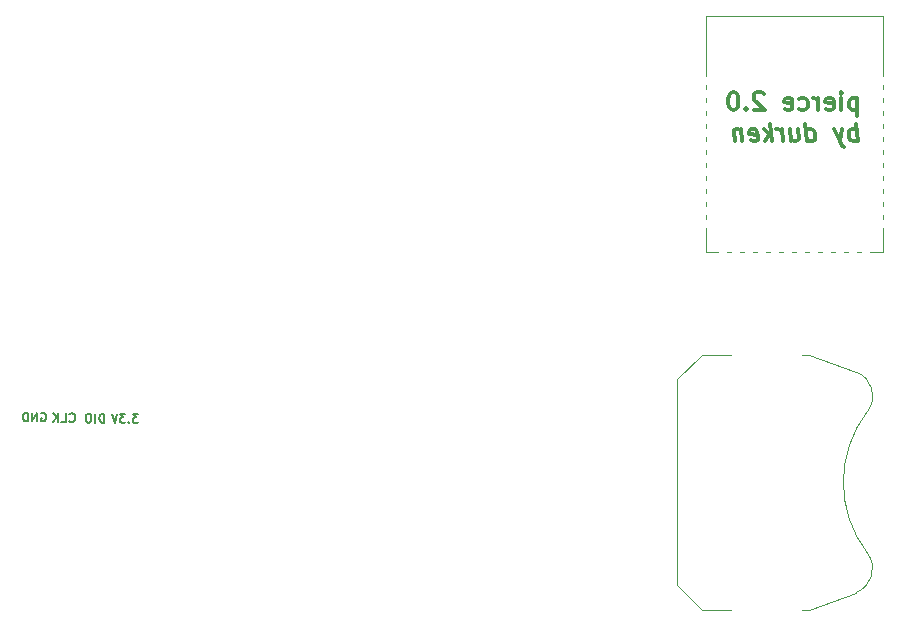
<source format=gbo>
G04 #@! TF.GenerationSoftware,KiCad,Pcbnew,(6.0.2)*
G04 #@! TF.CreationDate,2022-03-08T09:32:50+01:00*
G04 #@! TF.ProjectId,pierce,70696572-6365-42e6-9b69-6361645f7063,v 0.1*
G04 #@! TF.SameCoordinates,Original*
G04 #@! TF.FileFunction,Legend,Bot*
G04 #@! TF.FilePolarity,Positive*
%FSLAX46Y46*%
G04 Gerber Fmt 4.6, Leading zero omitted, Abs format (unit mm)*
G04 Created by KiCad (PCBNEW (6.0.2)) date 2022-03-08 09:32:50*
%MOMM*%
%LPD*%
G01*
G04 APERTURE LIST*
G04 Aperture macros list*
%AMHorizOval*
0 Thick line with rounded ends*
0 $1 width*
0 $2 $3 position (X,Y) of the first rounded end (center of the circle)*
0 $4 $5 position (X,Y) of the second rounded end (center of the circle)*
0 Add line between two ends*
20,1,$1,$2,$3,$4,$5,0*
0 Add two circle primitives to create the rounded ends*
1,1,$1,$2,$3*
1,1,$1,$4,$5*%
G04 Aperture macros list end*
%ADD10C,0.187500*%
%ADD11C,0.300000*%
%ADD12C,0.100000*%
%ADD13C,4.000000*%
%ADD14C,1.900000*%
%ADD15C,1.700000*%
%ADD16HorizOval,1.250000X0.082483X-0.467784X-0.082483X0.467784X0*%
%ADD17HorizOval,1.250000X0.446354X0.162460X-0.446354X-0.162460X0*%
%ADD18C,2.400000*%
%ADD19HorizOval,1.550000X0.587308X0.213763X-0.587308X-0.213763X0*%
%ADD20HorizOval,1.550000X0.108530X-0.615505X-0.108530X0.615505X0*%
%ADD21C,2.200000*%
%ADD22HorizOval,1.250000X0.305324X-0.363871X-0.305324X0.363871X0*%
%ADD23HorizOval,1.250000X0.305324X0.363871X-0.305324X-0.363871X0*%
%ADD24HorizOval,1.550000X0.401742X0.478778X-0.401742X-0.478778X0*%
%ADD25HorizOval,1.550000X0.401742X-0.478778X-0.401742X0.478778X0*%
%ADD26C,4.300000*%
%ADD27HorizOval,1.550000X0.511970X0.358485X-0.511970X-0.358485X0*%
%ADD28HorizOval,1.250000X0.389097X0.272449X-0.389097X-0.272449X0*%
%ADD29HorizOval,1.250000X0.200744X-0.430496X-0.200744X0.430496X0*%
%ADD30HorizOval,1.550000X0.264136X-0.566442X-0.264136X0.566442X0*%
%ADD31O,1.700000X1.700000*%
%ADD32R,1.700000X1.700000*%
%ADD33R,5.080000X1.270000*%
%ADD34R,3.960000X3.960000*%
%ADD35R,1.198880X0.698500*%
%ADD36R,0.698500X1.198880*%
G04 APERTURE END LIST*
D10*
X145799742Y-91614685D02*
X145335457Y-91614685D01*
X145585457Y-91900400D01*
X145478314Y-91900400D01*
X145406885Y-91936114D01*
X145371171Y-91971828D01*
X145335457Y-92043257D01*
X145335457Y-92221828D01*
X145371171Y-92293257D01*
X145406885Y-92328971D01*
X145478314Y-92364685D01*
X145692600Y-92364685D01*
X145764028Y-92328971D01*
X145799742Y-92293257D01*
X145014028Y-92293257D02*
X144978314Y-92328971D01*
X145014028Y-92364685D01*
X145049742Y-92328971D01*
X145014028Y-92293257D01*
X145014028Y-92364685D01*
X144728314Y-91614685D02*
X144264028Y-91614685D01*
X144514028Y-91900400D01*
X144406885Y-91900400D01*
X144335457Y-91936114D01*
X144299742Y-91971828D01*
X144264028Y-92043257D01*
X144264028Y-92221828D01*
X144299742Y-92293257D01*
X144335457Y-92328971D01*
X144406885Y-92364685D01*
X144621171Y-92364685D01*
X144692600Y-92328971D01*
X144728314Y-92293257D01*
X144049742Y-91614685D02*
X143799742Y-92364685D01*
X143549742Y-91614685D01*
X137593228Y-91523400D02*
X137664657Y-91487685D01*
X137771800Y-91487685D01*
X137878942Y-91523400D01*
X137950371Y-91594828D01*
X137986085Y-91666257D01*
X138021800Y-91809114D01*
X138021800Y-91916257D01*
X137986085Y-92059114D01*
X137950371Y-92130542D01*
X137878942Y-92201971D01*
X137771800Y-92237685D01*
X137700371Y-92237685D01*
X137593228Y-92201971D01*
X137557514Y-92166257D01*
X137557514Y-91916257D01*
X137700371Y-91916257D01*
X137236085Y-92237685D02*
X137236085Y-91487685D01*
X136807514Y-92237685D01*
X136807514Y-91487685D01*
X136450371Y-92237685D02*
X136450371Y-91487685D01*
X136271800Y-91487685D01*
X136164657Y-91523400D01*
X136093228Y-91594828D01*
X136057514Y-91666257D01*
X136021800Y-91809114D01*
X136021800Y-91916257D01*
X136057514Y-92059114D01*
X136093228Y-92130542D01*
X136164657Y-92201971D01*
X136271800Y-92237685D01*
X136450371Y-92237685D01*
X142920458Y-92339285D02*
X142920458Y-91589285D01*
X142741886Y-91589285D01*
X142634743Y-91625000D01*
X142563315Y-91696428D01*
X142527601Y-91767857D01*
X142491886Y-91910714D01*
X142491886Y-92017857D01*
X142527601Y-92160714D01*
X142563315Y-92232142D01*
X142634743Y-92303571D01*
X142741886Y-92339285D01*
X142920458Y-92339285D01*
X142170458Y-92339285D02*
X142170458Y-91589285D01*
X141670458Y-91589285D02*
X141527601Y-91589285D01*
X141456172Y-91625000D01*
X141384743Y-91696428D01*
X141349029Y-91839285D01*
X141349029Y-92089285D01*
X141384743Y-92232142D01*
X141456172Y-92303571D01*
X141527601Y-92339285D01*
X141670458Y-92339285D01*
X141741886Y-92303571D01*
X141813315Y-92232142D01*
X141849029Y-92089285D01*
X141849029Y-91839285D01*
X141813315Y-91696428D01*
X141741886Y-91625000D01*
X141670458Y-91589285D01*
X139982829Y-92217057D02*
X140018543Y-92252771D01*
X140125686Y-92288485D01*
X140197115Y-92288485D01*
X140304258Y-92252771D01*
X140375686Y-92181342D01*
X140411401Y-92109914D01*
X140447115Y-91967057D01*
X140447115Y-91859914D01*
X140411401Y-91717057D01*
X140375686Y-91645628D01*
X140304258Y-91574200D01*
X140197115Y-91538485D01*
X140125686Y-91538485D01*
X140018543Y-91574200D01*
X139982829Y-91609914D01*
X139304258Y-92288485D02*
X139661401Y-92288485D01*
X139661401Y-91538485D01*
X139054258Y-92288485D02*
X139054258Y-91538485D01*
X138625686Y-92288485D02*
X138947115Y-91859914D01*
X138625686Y-91538485D02*
X139054258Y-91967057D01*
D11*
X206697771Y-64882771D02*
X206697771Y-66382771D01*
X206697771Y-64954200D02*
X206554914Y-64882771D01*
X206269200Y-64882771D01*
X206126342Y-64954200D01*
X206054914Y-65025628D01*
X205983485Y-65168485D01*
X205983485Y-65597057D01*
X206054914Y-65739914D01*
X206126342Y-65811342D01*
X206269200Y-65882771D01*
X206554914Y-65882771D01*
X206697771Y-65811342D01*
X205340628Y-65882771D02*
X205340628Y-64882771D01*
X205340628Y-64382771D02*
X205412057Y-64454200D01*
X205340628Y-64525628D01*
X205269200Y-64454200D01*
X205340628Y-64382771D01*
X205340628Y-64525628D01*
X204054914Y-65811342D02*
X204197771Y-65882771D01*
X204483485Y-65882771D01*
X204626342Y-65811342D01*
X204697771Y-65668485D01*
X204697771Y-65097057D01*
X204626342Y-64954200D01*
X204483485Y-64882771D01*
X204197771Y-64882771D01*
X204054914Y-64954200D01*
X203983485Y-65097057D01*
X203983485Y-65239914D01*
X204697771Y-65382771D01*
X203340628Y-65882771D02*
X203340628Y-64882771D01*
X203340628Y-65168485D02*
X203269200Y-65025628D01*
X203197771Y-64954200D01*
X203054914Y-64882771D01*
X202912057Y-64882771D01*
X201769200Y-65811342D02*
X201912057Y-65882771D01*
X202197771Y-65882771D01*
X202340628Y-65811342D01*
X202412057Y-65739914D01*
X202483485Y-65597057D01*
X202483485Y-65168485D01*
X202412057Y-65025628D01*
X202340628Y-64954200D01*
X202197771Y-64882771D01*
X201912057Y-64882771D01*
X201769200Y-64954200D01*
X200554914Y-65811342D02*
X200697771Y-65882771D01*
X200983485Y-65882771D01*
X201126342Y-65811342D01*
X201197771Y-65668485D01*
X201197771Y-65097057D01*
X201126342Y-64954200D01*
X200983485Y-64882771D01*
X200697771Y-64882771D01*
X200554914Y-64954200D01*
X200483485Y-65097057D01*
X200483485Y-65239914D01*
X201197771Y-65382771D01*
X198769200Y-64525628D02*
X198697771Y-64454200D01*
X198554914Y-64382771D01*
X198197771Y-64382771D01*
X198054914Y-64454200D01*
X197983485Y-64525628D01*
X197912057Y-64668485D01*
X197912057Y-64811342D01*
X197983485Y-65025628D01*
X198840628Y-65882771D01*
X197912057Y-65882771D01*
X197269200Y-65739914D02*
X197197771Y-65811342D01*
X197269200Y-65882771D01*
X197340628Y-65811342D01*
X197269200Y-65739914D01*
X197269200Y-65882771D01*
X196269200Y-64382771D02*
X196126342Y-64382771D01*
X195983485Y-64454200D01*
X195912057Y-64525628D01*
X195840628Y-64668485D01*
X195769200Y-64954200D01*
X195769200Y-65311342D01*
X195840628Y-65597057D01*
X195912057Y-65739914D01*
X195983485Y-65811342D01*
X196126342Y-65882771D01*
X196269200Y-65882771D01*
X196412057Y-65811342D01*
X196483485Y-65739914D01*
X196554914Y-65597057D01*
X196626342Y-65311342D01*
X196626342Y-64954200D01*
X196554914Y-64668485D01*
X196483485Y-64525628D01*
X196412057Y-64454200D01*
X196269200Y-64382771D01*
X206752494Y-68524371D02*
X206564994Y-67024371D01*
X206636423Y-67595800D02*
X206484637Y-67524371D01*
X206198923Y-67524371D01*
X206064994Y-67595800D01*
X206002494Y-67667228D01*
X205948923Y-67810085D01*
X206002494Y-68238657D01*
X206091780Y-68381514D01*
X206172137Y-68452942D01*
X206323923Y-68524371D01*
X206609637Y-68524371D01*
X206743566Y-68452942D01*
X205413208Y-67524371D02*
X205181066Y-68524371D01*
X204698923Y-67524371D02*
X205181066Y-68524371D01*
X205368566Y-68881514D01*
X205448923Y-68952942D01*
X205600708Y-69024371D01*
X202466780Y-68524371D02*
X202279280Y-67024371D01*
X202457851Y-68452942D02*
X202609637Y-68524371D01*
X202895351Y-68524371D01*
X203029280Y-68452942D01*
X203091780Y-68381514D01*
X203145351Y-68238657D01*
X203091780Y-67810085D01*
X203002494Y-67667228D01*
X202922137Y-67595800D01*
X202770351Y-67524371D01*
X202484637Y-67524371D01*
X202350708Y-67595800D01*
X200984637Y-67524371D02*
X201109637Y-68524371D01*
X201627494Y-67524371D02*
X201725708Y-68310085D01*
X201672137Y-68452942D01*
X201538208Y-68524371D01*
X201323923Y-68524371D01*
X201172137Y-68452942D01*
X201091780Y-68381514D01*
X200395351Y-68524371D02*
X200270351Y-67524371D01*
X200306066Y-67810085D02*
X200216780Y-67667228D01*
X200136423Y-67595800D01*
X199984637Y-67524371D01*
X199841780Y-67524371D01*
X199466780Y-68524371D02*
X199279280Y-67024371D01*
X199252494Y-67952942D02*
X198895351Y-68524371D01*
X198770351Y-67524371D02*
X199413208Y-68095800D01*
X197672137Y-68452942D02*
X197823923Y-68524371D01*
X198109637Y-68524371D01*
X198243566Y-68452942D01*
X198297137Y-68310085D01*
X198225708Y-67738657D01*
X198136423Y-67595800D01*
X197984637Y-67524371D01*
X197698923Y-67524371D01*
X197564994Y-67595800D01*
X197511423Y-67738657D01*
X197529280Y-67881514D01*
X198261423Y-68024371D01*
X196841780Y-67524371D02*
X196966780Y-68524371D01*
X196859637Y-67667228D02*
X196779280Y-67595800D01*
X196627494Y-67524371D01*
X196413208Y-67524371D01*
X196279280Y-67595800D01*
X196225708Y-67738657D01*
X196323923Y-68524371D01*
D12*
X191455800Y-106088601D02*
X191455800Y-88688601D01*
X201995800Y-108168601D02*
X202625800Y-108168601D01*
X191455800Y-88688601D02*
X193535800Y-86608601D01*
X202625800Y-108168601D02*
X206575800Y-106728601D01*
X202625800Y-86608601D02*
X206575800Y-88048601D01*
X191455800Y-106088601D02*
X193535800Y-108168601D01*
X193535800Y-86608601D02*
X195995800Y-86608601D01*
X201995800Y-86608601D02*
X202625800Y-86608601D01*
X193535800Y-108168601D02*
X195995800Y-108168601D01*
X206583969Y-106713844D02*
G75*
G03*
X207545800Y-103388601I-738168J2015243D01*
G01*
X207562330Y-91385247D02*
G75*
G03*
X206575800Y-88048601I-1716529J1306646D01*
G01*
X207549336Y-91384001D02*
G75*
G03*
X207545800Y-103388601I7806466J-6004600D01*
G01*
X208856080Y-57890440D02*
X208856080Y-77890400D01*
X208856080Y-77890400D02*
X193859920Y-77890400D01*
X193859920Y-57890440D02*
X208856080Y-57890440D01*
X193859920Y-77890400D02*
X193859920Y-57890440D01*
%LPC*%
D13*
X195672601Y-116428600D03*
D14*
X190909461Y-113678600D03*
D15*
X200072010Y-118968600D03*
D14*
X200435741Y-119178600D03*
D15*
X191273192Y-113888600D03*
D16*
X202039331Y-115601101D03*
D17*
X193205871Y-110501101D03*
D18*
X196012896Y-110759191D03*
X195722896Y-111261486D03*
X195472896Y-111694498D03*
D19*
X193643044Y-112323895D03*
D20*
X200242158Y-116133895D03*
D18*
X200412306Y-113299191D03*
X199872306Y-114234498D03*
X200122306Y-113801486D03*
D21*
X198622601Y-111319050D03*
D14*
X139570991Y-45643744D03*
D13*
X145070991Y-45643744D03*
D15*
X139990991Y-45643744D03*
X150150991Y-45643744D03*
D14*
X150570991Y-45643744D03*
D18*
X142530991Y-41143744D03*
D22*
X150170991Y-41743744D03*
D18*
X142530991Y-41643744D03*
D23*
X139970991Y-41743744D03*
D24*
X141260991Y-43103744D03*
D18*
X142530991Y-40563744D03*
D21*
X145070991Y-39743744D03*
D18*
X147610991Y-41143744D03*
X147610991Y-40563744D03*
X147610991Y-41643744D03*
D25*
X148880991Y-43103744D03*
D15*
X139990991Y-83643744D03*
D14*
X150570991Y-83643744D03*
X139570991Y-83643744D03*
D15*
X150150991Y-83643744D03*
D13*
X145070991Y-83643744D03*
D24*
X141260991Y-81103744D03*
D18*
X142530991Y-79143744D03*
D22*
X150170991Y-79743744D03*
D18*
X142530991Y-78563744D03*
X142530991Y-79643744D03*
D23*
X139970991Y-79743744D03*
D21*
X145070991Y-77743744D03*
D18*
X147610991Y-79143744D03*
D25*
X148880991Y-81103744D03*
D18*
X147610991Y-79643744D03*
X147610991Y-78563744D03*
D14*
X150570991Y-64643744D03*
D15*
X139990991Y-64643744D03*
D13*
X145070991Y-64643744D03*
D14*
X139570991Y-64643744D03*
D15*
X150150991Y-64643744D03*
D18*
X142530991Y-60143744D03*
D22*
X150170991Y-60743744D03*
D18*
X142530991Y-59563744D03*
D24*
X141260991Y-62103744D03*
D18*
X142530991Y-60643744D03*
D23*
X139970991Y-60743744D03*
D18*
X147610991Y-59563744D03*
X147610991Y-60643744D03*
D25*
X148880991Y-62103744D03*
D21*
X145070991Y-58743744D03*
D18*
X147610991Y-60143744D03*
D14*
X177570992Y-69393540D03*
D13*
X183070992Y-69393540D03*
D15*
X188150992Y-69393540D03*
X177990992Y-69393540D03*
D14*
X188570992Y-69393540D03*
D18*
X180530992Y-65393540D03*
D22*
X188170992Y-65493540D03*
D24*
X179260992Y-66853540D03*
D18*
X180530992Y-64893540D03*
D23*
X177970992Y-65493540D03*
D18*
X180530992Y-64313540D03*
X185610992Y-64313540D03*
X185610992Y-65393540D03*
D25*
X186880992Y-66853540D03*
D18*
X185610992Y-64893540D03*
D21*
X183070992Y-63493540D03*
D15*
X188150992Y-88393540D03*
D14*
X177570992Y-88393540D03*
D13*
X183070992Y-88393540D03*
D14*
X188570992Y-88393540D03*
D15*
X177990992Y-88393540D03*
D18*
X180530992Y-83893540D03*
X180530992Y-83313540D03*
D22*
X188170992Y-84493540D03*
D18*
X180530992Y-84393540D03*
D24*
X179260992Y-85853540D03*
D23*
X177970992Y-84493540D03*
D18*
X185610992Y-83893540D03*
X185610992Y-83313540D03*
D21*
X183070992Y-82493540D03*
D25*
X186880992Y-85853540D03*
D18*
X185610992Y-84393540D03*
D14*
X169570991Y-66894182D03*
D13*
X164070991Y-66894182D03*
D14*
X158570991Y-66894182D03*
D15*
X169150991Y-66894182D03*
X158990991Y-66894182D03*
D23*
X158970991Y-62994182D03*
D18*
X161530991Y-62394182D03*
X161530991Y-62894182D03*
D24*
X160260991Y-64354182D03*
D18*
X161530991Y-61814182D03*
D22*
X169170991Y-62994182D03*
D18*
X166610991Y-62894182D03*
D21*
X164070991Y-60994182D03*
D18*
X166610991Y-61814182D03*
D25*
X167880991Y-64354182D03*
D18*
X166610991Y-62394182D03*
D14*
X169570991Y-47894182D03*
D15*
X158990991Y-47894182D03*
D13*
X164070991Y-47894182D03*
D15*
X169150991Y-47894182D03*
D14*
X158570991Y-47894182D03*
D18*
X161530991Y-43394182D03*
D24*
X160260991Y-45354182D03*
D23*
X158970991Y-43994182D03*
D22*
X169170991Y-43994182D03*
D18*
X161530991Y-43894182D03*
X161530991Y-42814182D03*
X166610991Y-42814182D03*
X166610991Y-43394182D03*
D25*
X167880991Y-45354182D03*
D18*
X166610991Y-43894182D03*
D21*
X164070991Y-41994182D03*
D15*
X177990992Y-50393540D03*
D14*
X177570992Y-50393540D03*
D15*
X188150992Y-50393540D03*
D13*
X183070992Y-50393540D03*
D14*
X188570992Y-50393540D03*
D18*
X180530992Y-45893540D03*
X180530992Y-45313540D03*
D24*
X179260992Y-47853540D03*
D23*
X177970992Y-46493540D03*
D22*
X188170992Y-46493540D03*
D18*
X180530992Y-46393540D03*
X185610992Y-45313540D03*
D25*
X186880992Y-47853540D03*
D18*
X185610992Y-46393540D03*
X185610992Y-45893540D03*
D21*
X183070992Y-44493540D03*
D13*
X126070991Y-66894182D03*
D15*
X120990991Y-66894182D03*
X131150991Y-66894182D03*
D14*
X120570991Y-66894182D03*
X131570991Y-66894182D03*
D18*
X123530991Y-61814182D03*
X123530991Y-62894182D03*
D23*
X120970991Y-62994182D03*
D24*
X122260991Y-64354182D03*
D18*
X123530991Y-62394182D03*
D22*
X131170991Y-62994182D03*
D18*
X128610991Y-62394182D03*
D21*
X126070991Y-60994182D03*
D18*
X128610991Y-62894182D03*
X128610991Y-61814182D03*
D25*
X129880991Y-64354182D03*
D13*
X126070991Y-85894182D03*
D15*
X131150991Y-85894182D03*
D14*
X120570991Y-85894182D03*
X131570991Y-85894182D03*
D15*
X120990991Y-85894182D03*
D23*
X120970991Y-81994182D03*
D18*
X123530991Y-81394182D03*
X123530991Y-81894182D03*
D22*
X131170991Y-81994182D03*
D18*
X123530991Y-80814182D03*
D24*
X122260991Y-83354182D03*
D18*
X128610991Y-80814182D03*
X128610991Y-81394182D03*
X128610991Y-81894182D03*
D25*
X129880991Y-83354182D03*
D21*
X126070991Y-79994182D03*
D26*
X187301000Y-106274200D03*
X173551001Y-58764200D03*
X116574300Y-88954244D03*
D15*
X112150992Y-60342198D03*
D13*
X107070992Y-60342198D03*
D15*
X101990992Y-60342198D03*
D14*
X112570992Y-60342198D03*
X101570992Y-60342198D03*
D24*
X103260992Y-57802198D03*
D18*
X104530992Y-55262198D03*
D23*
X101970992Y-56442198D03*
D18*
X104530992Y-55842198D03*
X104530992Y-56342198D03*
D22*
X112170992Y-56442198D03*
D18*
X109610992Y-56342198D03*
X109610992Y-55842198D03*
D21*
X107070992Y-54442198D03*
D25*
X110880992Y-57802198D03*
D18*
X109610992Y-55262198D03*
D14*
X112570992Y-98342198D03*
X101570992Y-98342198D03*
D13*
X107070992Y-98342198D03*
D15*
X112150992Y-98342198D03*
X101990992Y-98342198D03*
D22*
X112170992Y-94442198D03*
D18*
X104530992Y-93262198D03*
X104530992Y-93842198D03*
D23*
X101970992Y-94442198D03*
D24*
X103260992Y-95802198D03*
D18*
X104530992Y-94342198D03*
X109610992Y-93262198D03*
D21*
X107070992Y-92442198D03*
D18*
X109610992Y-94342198D03*
X109610992Y-93842198D03*
D25*
X110880992Y-95802198D03*
D14*
X131570991Y-47894182D03*
D15*
X120990991Y-47894182D03*
D14*
X120570991Y-47894182D03*
D15*
X131150991Y-47894182D03*
D13*
X126070991Y-47894182D03*
D23*
X120970991Y-43994182D03*
D18*
X123530991Y-43394182D03*
D22*
X131170991Y-43994182D03*
D18*
X123530991Y-42814182D03*
D24*
X122260991Y-45354182D03*
D18*
X123530991Y-43894182D03*
X128610991Y-43894182D03*
X128610991Y-43394182D03*
D25*
X129880991Y-45354182D03*
D18*
X128610991Y-42814182D03*
D21*
X126070991Y-41994182D03*
D15*
X158990991Y-85894182D03*
D14*
X169570991Y-85894182D03*
X158570991Y-85894182D03*
D15*
X169150991Y-85894182D03*
D13*
X164070991Y-85894182D03*
D23*
X158970991Y-81994182D03*
D18*
X161530991Y-80814182D03*
X161530991Y-81894182D03*
D22*
X169170991Y-81994182D03*
D18*
X161530991Y-81394182D03*
D24*
X160260991Y-83354182D03*
D25*
X167880991Y-83354182D03*
D18*
X166610991Y-81894182D03*
D21*
X164070991Y-79994182D03*
D18*
X166610991Y-80814182D03*
X166610991Y-81394182D03*
D14*
X112570992Y-79342198D03*
D15*
X112150992Y-79342198D03*
D14*
X101570992Y-79342198D03*
D15*
X101990992Y-79342198D03*
D13*
X107070992Y-79342198D03*
D18*
X104530992Y-74842198D03*
D23*
X101970992Y-75442198D03*
D18*
X104530992Y-74262198D03*
D22*
X112170992Y-75442198D03*
D24*
X103260992Y-76802198D03*
D18*
X104530992Y-75342198D03*
D25*
X110880992Y-76802198D03*
D18*
X109610992Y-75342198D03*
D21*
X107070992Y-73442198D03*
D18*
X109610992Y-74842198D03*
X109610992Y-74262198D03*
D15*
X149992600Y-105828600D03*
X160152600Y-105828600D03*
D14*
X160572600Y-105828600D03*
X149572600Y-105828600D03*
D13*
X155072600Y-105828600D03*
D18*
X152532600Y-101328600D03*
D23*
X149972600Y-101928600D03*
D24*
X151262600Y-103288600D03*
D18*
X152532600Y-100748600D03*
D22*
X160172600Y-101928600D03*
D18*
X152532600Y-101828600D03*
D25*
X158882600Y-103288600D03*
D21*
X155072600Y-99928600D03*
D18*
X157612600Y-101328600D03*
X157612600Y-100748600D03*
X157612600Y-101828600D03*
D15*
X170965698Y-107313800D03*
D14*
X170560009Y-107205096D03*
D15*
X180779504Y-109943402D03*
D13*
X175872601Y-108628601D03*
D14*
X181185193Y-110052106D03*
D27*
X172849824Y-105189049D03*
D18*
X174454426Y-104107497D03*
D28*
X171955774Y-103541513D03*
D18*
X174733950Y-103064297D03*
D29*
X181808217Y-106181467D03*
D18*
X174583835Y-103624534D03*
D21*
X177399633Y-102929639D03*
D18*
X179490738Y-104939335D03*
X179361329Y-105422298D03*
X179640853Y-104379098D03*
D30*
X180210179Y-107161250D03*
D26*
X116574300Y-69954244D03*
D15*
X144692601Y-93688600D03*
D31*
X142152601Y-93688600D03*
X139612601Y-93688600D03*
D32*
X137072601Y-93688600D03*
D33*
X198995800Y-86403601D03*
X198995800Y-108373601D03*
D34*
X198995800Y-97388601D03*
D35*
X208856080Y-63442880D03*
X208856080Y-64542700D03*
X208856080Y-65642520D03*
X208856080Y-66742340D03*
X208856080Y-67842160D03*
X208856080Y-68941980D03*
X208856080Y-70041800D03*
X208856080Y-71141620D03*
X208856080Y-72241440D03*
X208856080Y-73341260D03*
X208856080Y-74441080D03*
X208856080Y-75540900D03*
D36*
X207405740Y-77890400D03*
X206305920Y-77890400D03*
X205206100Y-77890400D03*
X204106280Y-77890400D03*
X203006460Y-77890400D03*
X201906640Y-77890400D03*
X200809360Y-77890400D03*
X199709540Y-77890400D03*
X198609720Y-77890400D03*
X197509900Y-77890400D03*
X196410080Y-77890400D03*
X195310260Y-77890400D03*
D35*
X193859920Y-75540900D03*
X193859920Y-74441080D03*
X193859920Y-73341260D03*
X193859920Y-72241440D03*
X193859920Y-71141620D03*
X193859920Y-70041800D03*
X193859920Y-68941980D03*
X193859920Y-67842160D03*
X193859920Y-66742340D03*
X193859920Y-65642520D03*
X193859920Y-64542700D03*
X193859920Y-63442880D03*
M02*

</source>
